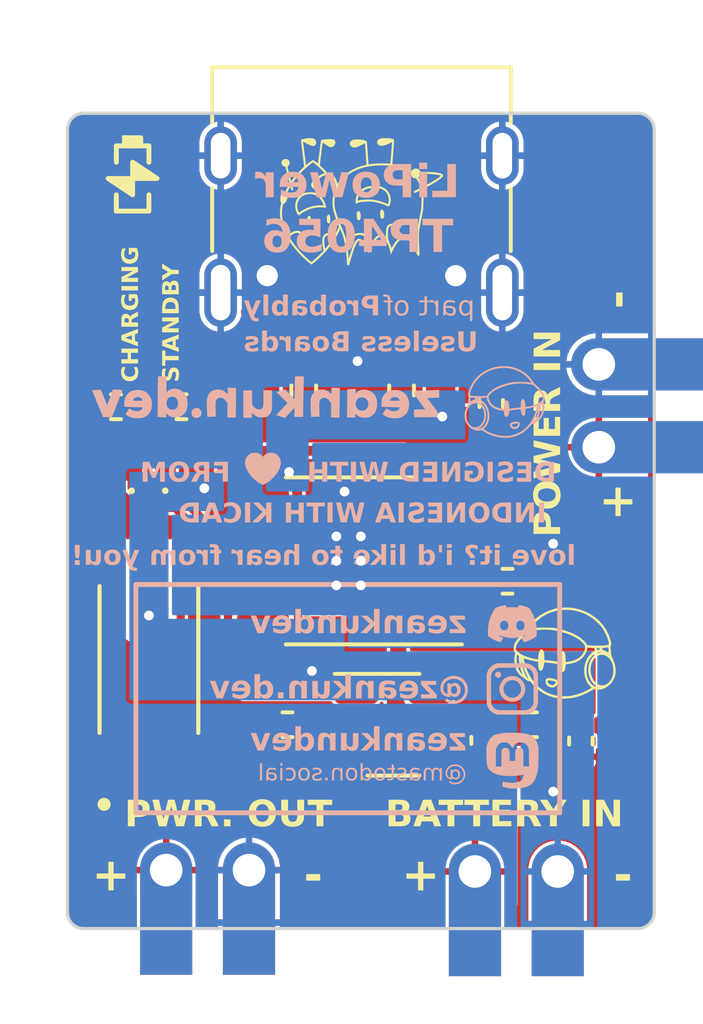
<source format=kicad_pcb>
(kicad_pcb (version 20240108) (generator "pcbnew") (generator_version "8.0")
  (layers (0 "F.Cu" signal) (31 "B.Cu" signal) (34 "B.Paste" user) (35 "F.Paste" user) (36 "B.SilkS" user "B.Silkscreen") (37 "F.SilkS" user "F.Silkscreen") (38 "B.Mask" user) (39 "F.Mask" user) (44 "Edge.Cuts" user))
  (net 0 "")
  (net 1 "VBUS")
  (net 2 "-BATT")
  (net 3 "Net-(U2-VDD)")
  (net 4 "+BATT")
  (net 5 "Net-(D1-K)")
  (net 6 "Net-(D1-A)")
  (net 7 "Net-(D2-K)")
  (net 8 "Net-(D2-A)")
  (net 9 "Net-(J1-CC1)")
  (net 10 "Net-(J1-CC2)")
  (net 11 "unconnected-(Q1-Pad1)")
  (net 12 "Net-(U2-COUT)")
  (net 13 "Net-(U2-DOUT)")
  (net 14 "Net-(U1-PROG)")
  (net 15 "Net-(U2-CS)")
  (net 23 "GND")
  (footprint "Resistor_SMD:R_0402_1005Metric" (layer "F.Cu") (at 89.5 39 180)
    (property "Reference" "R5" (hide yes))
    (property "Value" "1k")
    (pad "1" smd roundrect (at -0.51 0 180) (size 0.54 0.64) (layers "F.Cu" "F.Paste" "F.Mask") (net 1 "VBUS"))
    (pad "2" smd roundrect (at 0.51 0 180) (size 0.54 0.64) (layers "F.Cu" "F.Paste" "F.Mask") (net 8 "Net-(D2-A)"))
  )
  (footprint "Resistor_SMD:R_0402_1005Metric" (layer "F.Cu") (at 100.25 48.75)
    (property "Reference" "R7" (hide yes))
    (property "Value" "100")
    (pad "1" smd roundrect (at -0.51 0) (size 0.54 0.64) (layers "F.Cu" "F.Paste" "F.Mask") (net 3 "Net-(U2-VDD)"))
    (pad "2" smd roundrect (at 0.51 0) (size 0.54 0.64) (layers "F.Cu" "F.Paste" "F.Mask") (net 4 "+BATT"))
  )
  (footprint "Capacitor_SMD:C_0402_1005Metric" (layer "F.Cu") (at 99 38.9 90)
    (property "Reference" "C1" (hide yes))
    (property "Value" "100n")
    (pad "1" smd roundrect (at -0.48 0 90) (size 0.56 0.62) (layers "F.Cu" "F.Paste" "F.Mask") (net 1 "VBUS"))
    (pad "2" smd roundrect (at 0.48 0 90) (size 0.56 0.62) (layers "F.Cu" "F.Paste" "F.Mask") (net 23 "GND"))
  )
  (footprint "Resistor_SMD:R_0402_1005Metric" (layer "F.Cu") (at 92.75 48.75 180)
    (property "Reference" "R6" (hide yes))
    (property "Value" "1k")
    (pad "1" smd roundrect (at -0.51 0 180) (size 0.54 0.64) (layers "F.Cu" "F.Paste" "F.Mask") (net 15 "Net-(U2-CS)"))
    (pad "2" smd roundrect (at 0.51 0 180) (size 0.54 0.64) (layers "F.Cu" "F.Paste" "F.Mask") (net 23 "GND"))
  )
  (footprint "Package_TO_SOT_SMD:SOT-23-6" (layer "F.Cu") (at 96 48.75)
    (property "Reference" "U2" (hide yes))
    (property "Value" "DW01A")
    (pad "1" smd roundrect (at -1.1375 -0.95) (size 1.325 0.6) (layers "F.Cu" "F.Paste" "F.Mask") (net 13 "Net-(U2-DOUT)"))
    (pad "2" smd roundrect (at -1.1375 0) (size 1.325 0.6) (layers "F.Cu" "F.Paste" "F.Mask") (net 15 "Net-(U2-CS)"))
    (pad "3" smd roundrect (at -1.1375 0.95) (size 1.325 0.6) (layers "F.Cu" "F.Paste" "F.Mask") (net 12 "Net-(U2-COUT)"))
    (pad "4" smd roundrect (at 1.1375 0.95) (size 1.325 0.6) (layers "F.Cu" "F.Paste" "F.Mask"))
    (pad "5" smd roundrect (at 1.1375 0) (size 1.325 0.6) (layers "F.Cu" "F.Paste" "F.Mask") (net 3 "Net-(U2-VDD)"))
    (pad "6" smd roundrect (at 1.1375 -0.95) (size 1.325 0.6) (layers "F.Cu" "F.Paste" "F.Mask") (net 2 "-BATT"))
  )
  (footprint "LOGO" (layer "F.Cu") (at 95.02 32.71 180)
    (property "Reference" "G***" (hide yes))
    (property "Value" "LOGO" (hide yes))
  )
  (footprint "Resistor_SMD:R_0402_1005Metric" (layer "F.Cu") (at 96.25 38.5 -90)
    (property "Reference" "R1" (hide yes))
    (property "Value" "5.1k")
    (pad "1" smd roundrect (at -0.51 0 270) (size 0.54 0.64) (layers "F.Cu" "F.Paste" "F.Mask") (net 9 "Net-(J1-CC1)"))
    (pad "2" smd roundrect (at 0.51 0 270) (size 0.54 0.64) (layers "F.Cu" "F.Paste" "F.Mask") (net 23 "GND"))
  )
  (footprint "SMD-TH-Connector:Conn_01x02_2.54mm" (layer "F.Cu") (at 99.75 53.25 90)
    (property "Reference" "J3" (hide yes))
    (property "Value" "Conn_01x02")
    (pad "1" smd rect (at -1.61 -1.25 90) (size 3.2 1.6) (layers "F.Cu" "F.Mask") (net 4 "+BATT"))
    (pad "1" smd rect (at -1.61 -1.25 90) (size 3.2 1.6) (layers "B.Cu" "B.Mask") (net 4 "+BATT"))
    (pad "1" thru_hole oval (at 0 -1.25 90) (size 1.7 1.6) (drill 1) (layers "*.Cu" "*.Mask") (net 4 "+BATT"))
    (pad "2" smd rect (at -1.61 1.29 90) (size 3.2 1.6) (layers "F.Cu" "F.Mask") (net 2 "-BATT"))
    (pad "2" smd rect (at -1.61 1.29 90) (size 3.2 1.6) (layers "B.Cu" "B.Mask") (net 2 "-BATT"))
    (pad "2" thru_hole oval (at 0 1.29 90) (size 1.7 1.6) (drill 1) (layers "*.Cu" "*.Mask") (net 2 "-BATT"))
  )
  (footprint "Capacitor_SMD:C_0402_1005Metric" (layer "F.Cu") (at 98.75 49.23 -90)
    (property "Reference" "C2" (hide yes))
    (property "Value" "100n")
    (pad "1" smd roundrect (at -0.48 0 270) (size 0.56 0.62) (layers "F.Cu" "F.Paste" "F.Mask") (net 3 "Net-(U2-VDD)"))
    (pad "2" smd roundrect (at 0.48 0 270) (size 0.56 0.62) (layers "F.Cu" "F.Paste" "F.Mask") (net 2 "-BATT"))
  )
  (footprint "Resistor_SMD:R_0402_1005Metric" (layer "F.Cu") (at 99.5 44.35)
    (property "Reference" "R3" (hide yes))
    (property "Value" "1.2k")
    (pad "1" smd roundrect (at -0.51 0) (size 0.54 0.64) (layers "F.Cu" "F.Paste" "F.Mask") (net 14 "Net-(U1-PROG)"))
    (pad "2" smd roundrect (at 0.51 0) (size 0.54 0.64) (layers "F.Cu" "F.Paste" "F.Mask") (net 23 "GND"))
  )
  (footprint "Package_SO:HSOP-8-1EP_3.9x4.9mm_P1.27mm_EP2.41x3.1mm" (layer "F.Cu") (at 94.65 43.725 180)
    (property "Reference" "U1" (hide yes))
    (property "Value" "TP4056")
    (pad "1" smd roundrect (at -2.65 -1.905 180) (size 1.6 0.6) (layers "F.Cu" "F.Paste" "F.Mask") (net 23 "GND"))
    (pad "2" smd roundrect (at -2.65 -0.635 180) (size 1.6 0.6) (layers "F.Cu" "F.Paste" "F.Mask") (net 14 "Net-(U1-PROG)"))
    (pad "3" smd roundrect (at -2.65 0.635 180) (size 1.6 0.6) (layers "F.Cu" "F.Paste" "F.Mask") (net 23 "GND"))
    (pad "4" smd roundrect (at -2.65 1.905 180) (size 1.6 0.6) (layers "F.Cu" "F.Paste" "F.Mask") (net 1 "VBUS"))
    (pad "5" smd roundrect (at 2.65 1.905 180) (size 1.6 0.6) (layers "F.Cu" "F.Paste" "F.Mask") (net 4 "+BATT"))
    (pad "6" smd roundrect (at 2.65 0.635 180) (size 1.6 0.6) (layers "F.Cu" "F.Paste" "F.Mask") (net 7 "Net-(D2-K)"))
    (pad "7" smd roundrect (at 2.65 -0.635 180) (size 1.6 0.6) (layers "F.Cu" "F.Paste" "F.Mask") (net 5 "Net-(D1-K)"))
    (pad "8" smd roundrect (at 2.65 -1.905 180) (size 1.6 0.6) (layers "F.Cu" "F.Paste" "F.Mask") (net 1 "VBUS"))
    (pad "9" smd rect (at 0 0 180) (size 2.41 3.1) (layers "F.Cu" "F.Mask") (net 23 "GND"))
  )
  (footprint "LED_SMD:LED_0402_1005Metric" (layer "F.Cu") (at 89 40.485 90)
    (property "Reference" "D2" (hide yes))
    (property "Value" "GREEN")
    (pad "1" smd roundrect (at -0.485 0 90) (size 0.59 0.64) (layers "F.Cu" "F.Paste" "F.Mask") (net 7 "Net-(D2-K)"))
    (pad "2" smd roundrect (at 0.485 0 90) (size 0.59 0.64) (layers "F.Cu" "F.Paste" "F.Mask") (net 8 "Net-(D2-A)"))
  )
  (footprint "Connector_USB:USB_C_Receptacle_G-Switch_GT-USB-7010ASV" (layer "F.Cu") (at 95.02 32.375 180)
    (property "Reference" "J1" (hide yes))
    (property "Value" "USB_C_Receptacle_USB2.0")
    (pad "" np_thru_hole circle (at -2.89 -2.605 180) (size 0.65 0.65) (drill 0.65) (layers "*.Cu" "*.Mask"))
    (pad "" np_thru_hole circle (at 2.89 -2.605 180) (size 0.65 0.65) (drill 0.65) (layers "*.Cu" "*.Mask"))
    (pad "A1" smd rect (at -3.2 -3.725 180) (size 0.6 1.24) (layers "F.Cu" "F.Paste" "F.Mask") (net 23 "GND"))
    (pad "A4" smd rect (at -2.4 -3.725 180) (size 0.6 1.24) (layers "F.Cu" "F.Paste" "F.Mask") (net 1 "VBUS"))
    (pad "A5" smd rect (at -1.25 -3.725 180) (size 0.3 1.24) (layers "F.Cu" "F.Paste" "F.Mask") (net 9 "Net-(J1-CC1)"))
    (pad "A6" smd rect (at -0.25 -3.725 180) (size 0.3 1.24) (layers "F.Cu" "F.Paste" "F.Mask"))
    (pad "A7" smd rect (at 0.25 -3.725 180) (size 0.3 1.24) (layers "F.Cu" "F.Paste" "F.Mask"))
    (pad "A8" smd rect (at 1.25 -3.725 180) (size 0.3 1.24) (layers "F.Cu" "F.Paste" "F.Mask"))
    (pad "A9" smd rect (at 2.4 -3.725 180) (size 0.6 1.24) (layers "F.Cu" "F.Paste" "F.Mask") (net 1 "VBUS"))
    (pad "A12" smd rect (at 3.2 -3.725 180) (size 0.6 1.24) (layers "F.Cu" "F.Paste" "F.Mask") (net 23 "GND"))
    (pad "B1" smd rect (at 3.2 -3.725 180) (size 0.6 1.24) (layers "F.Cu" "F.Paste" "F.Mask") (net 23 "GND"))
    (pad "B4" smd rect (at 2.4 -3.725 180) (size 0.6 1.24) (layers "F.Cu" "F.Paste" "F.Mask") (net 1 "VBUS"))
    (pad "B5" smd rect (at 1.75 -3.725 180) (size 0.3 1.24) (layers "F.Cu" "F.Paste" "F.Mask") (net 10 "Net-(J1-CC2)"))
    (pad "B6" smd rect (at 0.75 -3.725 180) (size 0.3 1.24) (layers "F.Cu" "F.Paste" "F.Mask"))
    (pad "B7" smd rect (at -0.75 -3.725 180) (size 0.3 1.24) (layers "F.Cu" "F.Paste" "F.Mask"))
    (pad "B8" smd rect (at -1.75 -3.725 180) (size 0.3 1.24) (layers "F.Cu" "F.Paste" "F.Mask"))
    (pad "B9" smd rect (at -2.4 -3.725 180) (size 0.6 1.24) (layers "F.Cu" "F.Paste" "F.Mask") (net 1 "VBUS"))
    (pad "B12" smd rect (at -3.2 -3.725 180) (size 0.6 1.24) (layers "F.Cu" "F.Paste" "F.Mask") (net 23 "GND"))
    (pad "S1" thru_hole oval (at -4.32 -3.125 180) (size 1 2.1) (drill oval 0.6 1.7) (layers "*.Cu" "*.Mask") (net 23 "GND"))
    (pad "S1" thru_hole oval (at -4.32 1.075 180) (size 1 1.8) (drill oval 0.6 1.4) (layers "*.Cu" "*.Mask") (net 23 "GND"))
    (pad "S1" thru_hole oval (at 4.32 -3.125 180) (size 1 2.1) (drill oval 0.6 1.7) (layers "*.Cu" "*.Mask") (net 23 "GND"))
    (pad "S1" thru_hole oval (at 4.32 1.075 180) (size 1 1.8) (drill oval 0.6 1.4) (layers "*.Cu" "*.Mask") (net 23 "GND"))
  )
  (footprint "LOGO" (layer "F.Cu") (at 101.25 46.55)
    (property "Reference" "G***" (hide yes))
    (property "Value" "LOGO" (hide yes))
  )
  (footprint "Capacitor_SMD:C_0402_1005Metric" (layer "F.Cu") (at 101.75 49.25 -90)
    (property "Reference" "C3" (hide yes))
    (property "Value" "10u")
    (pad "1" smd roundrect (at -0.48 0 270) (size 0.56 0.62) (layers "F.Cu" "F.Paste" "F.Mask") (net 4 "+BATT"))
    (pad "2" smd roundrect (at 0.48 0 270) (size 0.56 0.62) (layers "F.Cu" "F.Paste" "F.Mask") (net 23 "GND"))
  )
  (footprint "SMD-TH-Connector:Conn_01x02_2.54mm" (layer "F.Cu") (at 102.5 39.2 180)
    (property "Reference" "J2" (hide yes))
    (property "Value" "Conn_01x02" (hide yes))
    (pad "1" smd rect (at -1.41 -1.04 180) (size 3.2 1.6) (layers "F.Cu" "F.Mask") (net 1 "VBUS"))
    (pad "1" smd rect (at -1.41 -1.04 180) (size 3.2 1.6) (layers "B.Cu" "B.Mask") (net 1 "VBUS"))
    (pad "1" thru_hole oval (at 0.2 -1.04 180) (size 1.7 1.6) (drill 1) (layers "*.Cu" "*.Mask") (net 1 "VBUS"))
    (pad "2" smd rect (at -1.41 1.5 180) (size 3.2 1.6) (layers "F.Cu" "F.Mask") (net 23 "GND"))
    (pad "2" smd rect (at -1.41 1.5 180) (size 3.2 1.6) (layers "B.Cu" "B.Mask") (net 23 "GND"))
    (pad "2" thru_hole oval (at 0.2 1.5 180) (size 1.7 1.6) (drill 1) (layers "*.Cu" "*.Mask") (net 23 "GND"))
  )
  (footprint "LED_SMD:LED_0402_1005Metric" (layer "F.Cu") (at 87.97 40.485 90)
    (property "Reference" "D1" (hide yes))
    (property "Value" "RED")
    (pad "1" smd roundrect (at -0.485 0 90) (size 0.59 0.64) (layers "F.Cu" "F.Paste" "F.Mask") (net 5 "Net-(D1-K)"))
    (pad "2" smd roundrect (at 0.485 0 90) (size 0.59 0.64) (layers "F.Cu" "F.Paste" "F.Mask") (net 6 "Net-(D1-A)"))
  )
  (footprint "libs:SOP65P640X120-8N" (layer "F.Cu") (at 88.5 46.75 90)
    (property "Reference" "Q1" (hide yes))
    (property "Value" "FS8205A")
    (pad "1" smd roundrect (at -2.88 -0.975 90) (size 1.56 0.4) (layers "F.Cu" "F.Paste" "F.Mask") (roundrect_rratio 0.05) (net 11 "unconnected-(Q1-Pad1)"))
    (pad "2" smd roundrect (at -2.88 -0.325 90) (size 1.56 0.4) (layers "F.Cu" "F.Paste" "F.Mask") (roundrect_rratio 0.05) (net 23 "GND"))
    (pad "3" smd roundrect (at -2.88 0.325 90) (size 1.56 0.4) (layers "F.Cu" "F.Paste" "F.Mask") (roundrect_rratio 0.05) (net 23 "GND"))
    (pad "4" smd roundrect (at -2.88 0.975 90) (size 1.56 0.4) (layers "F.Cu" "F.Paste" "F.Mask") (roundrect_rratio 0.05) (net 12 "Net-(U2-COUT)"))
    (pad "5" smd roundrect (at 2.88 0.975 90) (size 1.56 0.4) (layers "F.Cu" "F.Paste" "F.Mask") (roundrect_rratio 0.05) (net 13 "Net-(U2-DOUT)"))
    (pad "6" smd roundrect (at 2.88 0.325 90) (size 1.56 0.4) (layers "F.Cu" "F.Paste" "F.Mask") (roundrect_rratio 0.05) (net 2 "-BATT"))
    (pad "7" smd roundrect (at 2.88 -0.325 90) (size 1.56 0.4) (layers "F.Cu" "F.Paste" "F.Mask") (roundrect_rratio 0.05) (net 2 "-BATT"))
    (pad "8" smd roundrect (at 2.88 -0.975 90) (size 1.56 0.4) (layers "F.Cu" "F.Paste" "F.Mask") (roundrect_rratio 0.05) (net 11 "unconnected-(Q1-Pad1)"))
  )
  (footprint "Resistor_SMD:R_0402_1005Metric" (layer "F.Cu") (at 93.25 38.5 -90)
    (property "Reference" "R2" (hide yes))
    (property "Value" "5.1k")
    (pad "1" smd roundrect (at -0.51 0 270) (size 0.54 0.64) (layers "F.Cu" "F.Paste" "F.Mask") (net 10 "Net-(J1-CC2)"))
    (pad "2" smd roundrect (at 0.51 0 270) (size 0.54 0.64) (layers "F.Cu" "F.Paste" "F.Mask") (net 23 "GND"))
  )
  (footprint "Resistor_SMD:R_0402_1005Metric" (layer "F.Cu") (at 87.49 39)
    (property "Reference" "R4" (hide yes))
    (property "Value" "1k")
    (pad "1" smd roundrect (at -0.51 0) (size 0.54 0.64) (layers "F.Cu" "F.Paste" "F.Mask") (net 1 "VBUS"))
    (pad "2" smd roundrect (at 0.51 0) (size 0.54 0.64) (layers "F.Cu" "F.Paste" "F.Mask") (net 6 "Net-(D1-A)"))
  )
  (footprint "SMD-TH-Connector:Conn_01x02_2.54mm" (layer "F.Cu") (at 90.07 53.4075 90)
    (property "Reference" "J4" (hide yes))
    (property "Value" "Conn_01x02" (hide yes))
    (pad "1" smd rect (at -1.41 -1.04 90) (size 3.2 1.6) (layers "F.Cu" "F.Mask") (net 4 "+BATT"))
    (pad "1" smd rect (at -1.41 -1.04 90) (size 3.2 1.6) (layers "B.Cu" "B.Mask") (net 4 "+BATT"))
    (pad "1" thru_hole oval (at 0.2 -1.04 90) (size 1.7 1.6) (drill 1) (layers "*.Cu" "*.Mask") (net 4 "+BATT"))
    (pad "2" smd rect (at -1.41 1.5 90) (size 3.2 1.6) (layers "F.Cu" "F.Mask") (net 23 "GND"))
    (pad "2" smd rect (at -1.41 1.5 90) (size 3.2 1.6) (layers "B.Cu" "B.Mask") (net 23 "GND"))
    (pad "2" thru_hole oval (at 0.2 1.5 90) (size 1.7 1.6) (drill 1) (layers "*.Cu" "*.Mask") (net 23 "GND"))
  )
  (footprint "LOGO" (layer "B.Cu") (at 99.65 45.650001 180)
    (property "Reference" "G***" (hide yes))
    (property "Value" "LOGO" (hide yes))
  )
  (footprint "LOGO" (layer "B.Cu") (at 99.65 49.850001 180)
    (property "Reference" "G***" (hide yes))
    (property "Value" "LOGO" (hide yes))
  )
  (footprint "LOGO" (layer "B.Cu") (at 99.65 47.650001 180)
    (property "Reference" "G***" (hide yes))
    (property "Value" "LOGO" (hide yes))
  )
  (footprint "LOGO" (layer "B.Cu") (at 92 40.9 180)
    (property "Reference" "G***" (hide yes))
    (property "Value" "LOGO" (hide yes))
  )
  (footprint "LOGO" (layer "B.Cu") (at 93.7 38.85 180)
    (property "Reference" "G***" (hide yes))
    (property "Value" "LOGO" (hide yes))
  )
  (gr_line (start 101.1 51.45) (end 88.1 51.45) (stroke (width 0.15)) (layer "B.SilkS"))
  (gr_line (start 88.1 44.450001) (end 101.1 44.450001) (stroke (width 0.15)) (layer "B.SilkS"))
  (gr_line (start 101.1 44.450001) (end 101.1 51.45) (stroke (width 0.15)) (layer "B.SilkS"))
  (gr_line (start 88.1 51.45) (end 88.1 44.450001) (stroke (width 0.15)) (layer "B.SilkS"))
  (gr_line (start 87.5 32.5) (end 87.5 33) (stroke (width 0.15)) (layer "F.SilkS"))
  (gr_poly (pts (xy 87.25 32) (xy 88 32.5) (xy 88 32) (xy 88.75 32) (xy 88 31.5) (xy 88 32)) (stroke (width 0.15)) (fill solid) (layer "F.SilkS"))
  (gr_line (start 87.5 33) (end 88.5 33) (stroke (width 0.15)) (layer "F.SilkS"))
  (gr_line (start 88.5 33) (end 88.5 32.5) (stroke (width 0.15)) (layer "F.SilkS"))
  (gr_line (start 88.5 31) (end 88.5 31.5) (stroke (width 0.15)) (layer "F.SilkS"))
  (gr_line (start 87.5 31.5) (end 87.5 31) (stroke (width 0.15)) (layer "F.SilkS"))
  (gr_line (start 87.5 31) (end 88.5 31) (stroke (width 0.15)) (layer "F.SilkS"))
  (gr_rect (start 87.75 30.75) (end 88.25 31) (stroke (width 0.15)) (fill solid) (layer "F.SilkS"))
  (gr_arc (start 103.5 30) (mid 103.853553 30.146447) (end 104 30.5) (stroke (width 0.1)) (layer "Edge.Cuts"))
  (gr_arc (start 86.5 55) (mid 86.146447 54.853553) (end 86 54.5) (stroke (width 0.1)) (layer "Edge.Cuts"))
  (gr_line (start 86 54.5) (end 86 30.5) (stroke (width 0.1)) (layer "Edge.Cuts"))
  (gr_arc (start 104 54.5) (mid 103.853553 54.853553) (end 103.5 55) (stroke (width 0.1)) (layer "Edge.Cuts"))
  (gr_line (start 104 30.5) (end 104 54.5) (stroke (width 0.1)) (layer "Edge.Cuts"))
  (gr_line (start 86.5 30) (end 103.5 30) (stroke (width 0.1)) (layer "Edge.Cuts"))
  (gr_arc (start 86 30.5) (mid 86.146447 30.146447) (end 86.5 30) (stroke (width 0.1)) (layer "Edge.Cuts"))
  (gr_line (start 103.5 55) (end 86.5 55) (stroke (width 0.1)) (layer "Edge.Cuts"))
  (gr_text "zeankundev" (at 98.25 45.650001 0) (layer "B.SilkS") (effects (font (size 0.7 0.7) (thickness 0.14) (bold yes)) (justify left mirror)))
  (gr_text "@mastodon.social" (at 98.25 50.250001 0) (layer "B.SilkS") (effects (font (size 0.5 0.5) (thickness 0.0875)) (justify left mirror)))
  (gr_text "@zeankun.dev" (at 98.35 47.650001 0) (layer "B.SilkS") (effects (font (size 0.7 0.7) (thickness 0.14) (bold yes)) (justify left mirror)))
  (gr_text "zeankundev" (at 98.25 49.250001 0) (layer "B.SilkS") (effects (font (size 0.7 0.7) (thickness 0.14) (bold yes)) (justify left mirror)))
  (gr_text "FROM" (at 91 41.4 0) (layer "B.SilkS") (effects (font (size 0.6 0.6) (thickness 0.12) (bold yes)) (justify left bottom mirror)))
  (gr_text "Probably" (at 93.5 36.3 0) (layer "B.SilkS") (effects (font (size 0.6 0.6) (thickness 0.12) (bold yes)) (justify bottom mirror)))
  (gr_text "part of" (at 97.1 36.3 0) (layer "B.SilkS") (effects (font (size 0.6 0.6) (thickness 0.1)) (justify bottom mirror)))
  (gr_text "DESIGNED WITH" (at 101 41.4 0) (layer "B.SilkS") (effects (font (size 0.6 0.6) (thickness 0.15) (bold yes)) (justify left bottom mirror)))
  (gr_text "love it? i'd like to hear from you!" (at 101.6 43.950001 0) (layer "B.SilkS") (effects (font (size 0.6 0.6) (thickness 0.15) (bold yes)) (justify left bottom mirror)))
  (gr_text "INDONESIA WITH KICAD" (at 100.7 42.65 0) (layer "B.SilkS") (effects (font (size 0.6 0.6) (thickness 0.12) (bold yes)) (justify left bottom mirror)))
  (gr_text "LiPower\nTP4056" (at 94.9 33 0) (layer "B.SilkS") (effects (font (size 1 1) (thickness 0.15) (bold yes)) (justify mirror)))
  (gr_text "Useless Boards" (at 95 37.4 0) (layer "B.SilkS") (effects (font (size 0.6 0.6) (thickness 0.12) (bold yes)) (justify bottom mirror)))
  (gr_text "POWER IN" (at 101.25 43 90) (layer "F.SilkS") (effects (font (size 0.8 0.8) (thickness 0.2) (bold yes)) (justify left bottom)))
  (gr_text "STANDBY" (at 89.5 38.25 90) (layer "F.SilkS") (effects (font (size 0.5 0.5) (thickness 0.125) (bold yes)) (justify left bottom)))
  (gr_text "+" (at 103.5 42.5 90) (layer "F.SilkS") (effects (font (size 1 1) (thickness 0.2) (bold yes)) (justify left bottom)))
  (gr_text "+" (at 86.75 54 0) (layer "F.SilkS") (effects (font (size 1 1) (thickness 0.2) (bold yes)) (justify left bottom)))
  (gr_text "BATTERY IN" (at 95.75 52 0) (layer "F.SilkS") (effects (font (size 0.8 0.8) (thickness 0.2) (bold yes)) (justify left bottom)))
  (gr_text "-" (at 102.75 54 0) (layer "F.SilkS") (effects (font (size 1 1) (thickness 0.2) (bold yes)) (justify left bottom)))
  (gr_text "PWR. OUT" (at 87.75 52 0) (layer "F.SilkS") (effects (font (size 0.8 0.8) (thickness 0.175) (bold yes)) (justify left bottom)))
  (gr_text "+" (at 96.25 54 0) (layer "F.SilkS") (effects (font (size 1 1) (thickness 0.2) (bold yes)) (justify left bottom)))
  (gr_text "-" (at 93.25 54 0) (layer "F.SilkS") (effects (font (size 1 1) (thickness 0.2) (bold yes)) (justify left bottom)))
  (gr_text "-" (at 103.5 36 90) (layer "F.SilkS") (effects (font (size 1 1) (thickness 0.2) (bold yes)) (justify left bottom)))
  (gr_text "CHARGING" (at 88.25 38.25 90) (layer "F.SilkS") (effects (font (size 0.5 0.5) (thickness 0.125) (bold yes)) (justify left bottom)))
  (via (at 92.8 41) (size 0.5) (drill 0.3) (layers "F.Cu" "B.Cu") (net 1))
  (via (at 97.5 39.3) (size 0.5) (drill 0.3) (layers "F.Cu" "B.Cu") (net 1))
  (via (at 90.2 41.5) (size 0.5) (drill 0.3) (layers "F.Cu" "B.Cu") (net 2))
  (via (at 100.9 50.8) (size 0.5) (drill 0.3) (layers "F.Cu" "B.Cu") (net 2))
  (via (at 88.5 45.4) (size 0.5) (drill 0.3) (layers "F.Cu" "B.Cu") (net 2))
  (via (at 93.5 47.1) (size 0.5) (drill 0.3) (layers "F.Cu" "B.Cu") (net 2))
  (segment (start 97.1375 48.75) (end 98.75 48.75) (width 0.25) (layer "F.Cu") (net 3))
  (segment (start 98.75 48.75) (end 99.74 48.75) (width 0.25) (layer "F.Cu") (net 3))
  (segment (start 88.6 42.1) (end 87.97 41.47) (width 0.25) (layer "F.Cu") (net 5))
  (segment (start 91.56 44.36) (end 89.3 42.1) (width 0.25) (layer "F.Cu") (net 5))
  (segment (start 89.3 42.1) (end 88.6 42.1) (width 0.25) (layer "F.Cu") (net 5))
  (segment (start 92 44.36) (end 91.56 44.36) (width 0.25) (layer "F.Cu") (net 5))
  (segment (start 87.97 41.47) (end 87.97 40.97) (width 0.25) (layer "F.Cu") (net 5))
  (segment (start 87.97 39.13) (end 88 39.1) (width 0.25) (layer "F.Cu") (net 6))
  (segment (start 87.97 40) (end 87.97 39.13) (width 0.25) (layer "F.Cu") (net 6))
  (segment (start 90.79 43.09) (end 89 41.3) (width 0.25) (layer "F.Cu") (net 7))
  (segment (start 92 43.09) (end 90.79 43.09) (width 0.25) (layer "F.Cu") (net 7))
  (segment (start 89 41.3) (end 89 40.97) (width 0.25) (layer "F.Cu") (net 7))
  (segment (start 89 40) (end 89 39.11) (width 0.25) (layer "F.Cu") (net 8))
  (segment (start 89 39.11) (end 88.99 39.1) (width 0.25) (layer "F.Cu") (net 8))
  (segment (start 96.25 36.075) (end 96.25 37.99) (width 0.25) (layer "F.Cu") (net 9))
  (segment (start 93.25 36.075) (end 93.25 37.99) (width 0.25) (layer "F.Cu") (net 10))
  (segment (start 87.525 49.63) (end 87.525 43.87) (width 0.25) (layer "F.Cu") (net 11))
  (segment (start 89.545 49.7) (end 89.475 49.63) (width 0.25) (layer "F.Cu") (net 12))
  (segment (start 94.8625 49.7) (end 89.545 49.7) (width 0.25) (layer "F.Cu") (net 12))
  (segment (start 89.475 45.875) (end 89.475 43.87) (width 0.25) (layer "F.Cu") (net 13))
  (segment (start 94.8625 47.8) (end 91.4 47.8) (width 0.25) (layer "F.Cu") (net 13))
  (segment (start 91.4 47.8) (end 89.475 45.875) (width 0.25) (layer "F.Cu") (net 13))
  (segment (start 97.3 44.36) (end 98.98 44.36) (width 0.25) (layer "F.Cu") (net 14))
  (segment (start 98.98 44.36) (end 98.99 44.35) (width 0.25) (layer "F.Cu") (net 14))
  (segment (start 93.26 48.75) (end 94.8625 48.75) (width 0.25) (layer "F.Cu") (net 15))
  (via (at 94.25 44.475) (size 0.5) (drill 0.3) (layers "F.Cu" "B.Cu") (net 23))
  (via (at 94.9 37.6) (size 0.5) (drill 0.3) (layers "F.Cu" "B.Cu") (net 23))
  (via (at 95 43.725) (size 0.5) (drill 0.3) (layers "F.Cu" "B.Cu") (net 23))
  (via (at 95 44.475) (size 0.5) (drill 0.3) (layers "F.Cu" "B.Cu") (net 23))
  (via (at 94.5 41.6) (size 0.5) (drill 0.3) (layers "F.Cu" "B.Cu") (net 23))
  (via (at 95 42.975) (size 0.5) (drill 0.3) (layers "F.Cu" "B.Cu") (net 23))
  (via (at 94.25 43.725) (size 0.5) (drill 0.3) (layers "F.Cu" "B.Cu") (net 23))
  (via (at 100.9 43.2) (size 0.5) (drill 0.3) (layers "F.Cu" "B.Cu") (net 23))
  (via (at 94.25 42.975) (size 0.5) (drill 0.3) (layers "F.Cu" "B.Cu") (net 23))
  (zone (net 2) (net_name "-BATT") (layer "F.Cu") (priority 9) (connect_pads (clearance 0.1)) (min_thickness 0.1) (fill yes (thermal_gap 0.15) (thermal_bridge_width 0.2))
    (polygon (pts (xy 98.15 49.3) (xy 99.4 49.3) (xy 99.4 50.2) (xy 101.2 50.2) (xy 101.2 51.3) (xy 99.9 51.3) (xy 99.9 50.5) (xy 98.15 50.5)))
  )
  (zone (net 23) (net_name "GND") (layer "F.Cu") (connect_pads (clearance 0.1)) (min_thickness 0.1) (fill yes (thermal_gap 0.15) (thermal_bridge_width 0.2))
    (polygon (pts (xy 85 29) (xy 105 29) (xy 105 56) (xy 85 56)))
  )
  (zone (net 1) (net_name "VBUS") (layer "F.Cu") (priority 2) (connect_pads (clearance 0.1)) (min_thickness 0.1) (fill yes (thermal_gap 0.15) (thermal_bridge_width 0.2))
    (polygon (pts (xy 96.4 42.5) (xy 96.4 41.1) (xy 93.2 41.1) (xy 93.2 46.2) (xy 90.8 46.2) (xy 90.8 44.9) (xy 92.2 44.9) (xy 92.2 41.1) (xy 90.6 41.1) (xy 90.6 39.8) (xy 89.5 39.8) (xy 89.5 39.2) (xy 89.5 39.1) (xy 89.5 38.4) (xy 88.5 38.4) (xy 87.5 38.4) (xy 87.5 39.8) (xy 86.4 39.8) (xy 86.4 37.7) (xy 92.2 37.7) (xy 92.2 37.1) (xy 92.2 35.4) (xy 93 35.4) (xy 93 37.2) (xy 92.5 37.7) (xy 92.5 39.7) (xy 97 39.7) (xy 97 35.3) (xy 97.9 35.3) (xy 97.9 39) (xy 104 39) (xy 104 41.4) (xy 101 41.4) (xy 99.5 41.4) (xy 99.5 42.5) (xy 99.4 42.5)))
  )
  (zone (net 2) (net_name "-BATT") (layer "F.Cu") (priority 7) (connect_pads (clearance 0.1)) (min_thickness 0.1) (fill yes (thermal_gap 0.15) (thermal_bridge_width 0.2))
    (polygon (pts (xy 93 46.7) (xy 93 47.6) (xy 94.1 47.6) (xy 94.1 47.3) (xy 95.8 47.3) (xy 95.8 48.2) (xy 97.9 48.2) (xy 97.9 47.1) (xy 95.9 47.1) (xy 95.5 46.7)))
  )
  (zone (net 4) (net_name "+BATT") (layer "F.Cu") (priority 3) (connect_pads (clearance 0.1)) (min_thickness 0.1) (fill yes (thermal_gap 0.15) (thermal_bridge_width 0.2))
    (polygon (pts (xy 92.2 40.5) (xy 92.2 42.4) (xy 90.6 42.4) (xy 90.6 40.2) (xy 96.4 40.2) (xy 96.4 40.3) (xy 96.4 40.4) (xy 96.4 40.5) (xy 96.4 46.6) (xy 102.2 46.6) (xy 102.2 49.4) (xy 98.15 49.4) (xy 98.15 50.5) (xy 99.7 50.5) (xy 99.7 54.3) (xy 97.3 54.3) (xy 97.3 51.4) (xy 90.3 51.4) (xy 90.3 53.9) (xy 87.8 53.9) (xy 87.8 50.9) (xy 96 50.9) (xy 97.8 49.1) (xy 97.8 47.1) (xy 95.9 47.1) (xy 95.9 46.2) (xy 95.9 40.5)))
  )
  (zone (net 2) (net_name "-BATT") (layer "F.Cu") (priority 5) (connect_pads (clearance 0.1)) (min_thickness 0.1) (fill yes (thermal_gap 0.15) (thermal_bridge_width 0.2))
    (polygon (pts (xy 87.9 43) (xy 87.9 46.1) (xy 89.1 46.1) (xy 89.1 43)))
  )
  (zone (net 1) (net_name "VBUS") (layer "B.Cu") (priority 4) (connect_pads (clearance 0.1)) (min_thickness 0.1) (fill yes (thermal_gap 0.15) (thermal_bridge_width 0.2))
    (polygon (pts (xy 92.1 41.6) (xy 93.4 41.6) (xy 93.4 40) (xy 98.2 40) (xy 98.2 38.5) (xy 92.1 38.5)))
  )
  (zone (net 23) (net_name "GND") (layer "B.Cu") (priority 1) (connect_pads (clearance 0.1)) (min_thickness 0.1) (fill yes (thermal_gap 0.15) (thermal_bridge_width 0.2))
    (polygon (pts (xy 105 29) (xy 105 56) (xy 85 56) (xy 85 29)))
  )
  (zone (net 2) (net_name "-BATT") (layer "B.Cu") (priority 8) (connect_pads (clearance 0.1)) (min_thickness 0.1) (fill yes (thermal_gap 0.15) (thermal_bridge_width 0.2))
    (polygon (pts (xy 92.8 46.5) (xy 92.8 48) (xy 99.9 48) (xy 99.9 55) (xy 102.15 55) (xy 102.15 46.5)))
  )
  (zone (net 2) (net_name "-BATT") (layer "B.Cu") (priority 6) (connect_pads (clearance 0.1)) (min_thickness 0.1) (fill yes (thermal_gap 0.15) (thermal_bridge_width 0.2))
    (polygon (pts (xy 90.8 41) (xy 90.8 42.2) (xy 89.1 42.2) (xy 89.1 45.5) (xy 94.5 45.5) (xy 94.5 48) (xy 87.9 48) (xy 87.9 41)))
  )
)
</source>
